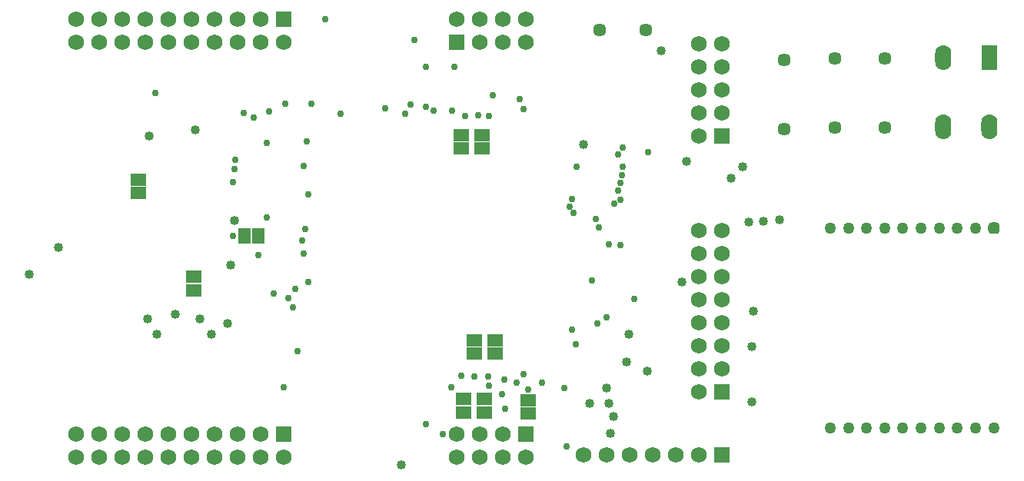
<source format=gbr>
G04 Layer_Color=16711935*
%FSLAX25Y25*%
%MOIN*%
%TF.FileFunction,Soldermask,Bot*%
%TF.Part,Single*%
G01*
G75*
%TA.AperFunction,ViaPad*%
%ADD32C,0.03000*%
%TA.AperFunction,SMDPad,CuDef*%
%ADD41R,0.05331X0.06512*%
%ADD42R,0.06512X0.05331*%
%TA.AperFunction,ComponentPad*%
%ADD51C,0.06906*%
%ADD52R,0.06906X0.06906*%
%ADD53C,0.05724*%
G04:AMPARAMS|DCode=54|XSize=50mil|YSize=50mil|CornerRadius=15mil|HoleSize=0mil|Usage=FLASHONLY|Rotation=270.000|XOffset=0mil|YOffset=0mil|HoleType=Round|Shape=RoundedRectangle|*
%AMROUNDEDRECTD54*
21,1,0.05000,0.02000,0,0,270.0*
21,1,0.02000,0.05000,0,0,270.0*
1,1,0.03000,-0.01000,-0.01000*
1,1,0.03000,-0.01000,0.01000*
1,1,0.03000,0.01000,0.01000*
1,1,0.03000,0.01000,-0.01000*
%
%ADD54ROUNDEDRECTD54*%
%ADD55C,0.05000*%
%ADD56R,0.06906X0.06906*%
%ADD57O,0.07000X0.11000*%
%ADD58R,0.07000X0.11000*%
%TA.AperFunction,ViaPad*%
%ADD59C,0.04000*%
D32*
X60866Y173500D02*
D03*
X253000Y115328D02*
D03*
X251652Y119000D02*
D03*
X262500Y107500D02*
D03*
X228500Y47953D02*
D03*
X217500Y48000D02*
D03*
X212189Y49250D02*
D03*
X222500Y45000D02*
D03*
X211000Y43000D02*
D03*
X205500Y46500D02*
D03*
X238000Y45500D02*
D03*
X212500Y36500D02*
D03*
X238999Y20466D02*
D03*
X199000Y50500D02*
D03*
X274500Y148000D02*
D03*
X99000Y165000D02*
D03*
X103500Y163000D02*
D03*
X110000Y165516D02*
D03*
X117132Y169132D02*
D03*
X173000Y196500D02*
D03*
X128500Y169000D02*
D03*
X263000Y138000D02*
D03*
X263500Y141500D02*
D03*
X261500Y131217D02*
D03*
X262500Y127279D02*
D03*
X205500Y163500D02*
D03*
X95500Y144500D02*
D03*
X116500Y46000D02*
D03*
X218649Y170982D02*
D03*
X220272Y166500D02*
D03*
X257500Y108000D02*
D03*
X205000Y50500D02*
D03*
X268547Y84163D02*
D03*
X178000Y30000D02*
D03*
X125750Y114750D02*
D03*
X240500Y124250D02*
D03*
X160500Y167000D02*
D03*
X207000Y172500D02*
D03*
X241500Y71000D02*
D03*
X185500Y25500D02*
D03*
X220499Y51500D02*
D03*
X134500Y205500D02*
D03*
X105453Y103453D02*
D03*
X94500Y111500D02*
D03*
X109000Y119703D02*
D03*
X95000Y140500D02*
D03*
X94500Y135000D02*
D03*
X109000Y152000D02*
D03*
X122453Y61500D02*
D03*
X112000Y86500D02*
D03*
X127000Y91750D02*
D03*
X121500Y88500D02*
D03*
X118500Y84500D02*
D03*
X120513Y80500D02*
D03*
X141000Y164563D02*
D03*
X125000Y142000D02*
D03*
X126500Y152500D02*
D03*
X127250Y129638D02*
D03*
X124500Y109563D02*
D03*
X125000Y104000D02*
D03*
X169000Y164500D02*
D03*
X171500Y168500D02*
D03*
X178050Y185000D02*
D03*
X190500D02*
D03*
X178050Y167500D02*
D03*
X181500Y166000D02*
D03*
X195000Y163500D02*
D03*
X189500Y166079D02*
D03*
X200902Y164138D02*
D03*
X189000Y46000D02*
D03*
X193500Y50996D02*
D03*
X243000Y64705D02*
D03*
X252500Y73500D02*
D03*
X256410Y76488D02*
D03*
X250000Y92250D02*
D03*
X263500Y150000D02*
D03*
X261280Y147000D02*
D03*
X262500Y134500D02*
D03*
X259658Y125500D02*
D03*
X242000Y121500D02*
D03*
X243500Y141500D02*
D03*
X241500Y127669D02*
D03*
D41*
X105453Y111500D02*
D03*
X99547D02*
D03*
D42*
X77500Y93953D02*
D03*
Y88047D02*
D03*
X53435Y130232D02*
D03*
Y136138D02*
D03*
X222500Y34547D02*
D03*
Y40453D02*
D03*
X194500Y35047D02*
D03*
Y40953D02*
D03*
X203500Y35047D02*
D03*
Y40953D02*
D03*
X199000Y66405D02*
D03*
Y60500D02*
D03*
X208000Y66405D02*
D03*
Y60500D02*
D03*
X193500Y149547D02*
D03*
Y155453D02*
D03*
X202500Y149547D02*
D03*
Y155453D02*
D03*
D51*
X246500Y16500D02*
D03*
X256500D02*
D03*
X266500D02*
D03*
X276500D02*
D03*
X296500D02*
D03*
X286500D02*
D03*
X26500Y195500D02*
D03*
X36500D02*
D03*
X46500D02*
D03*
X56500D02*
D03*
X66500D02*
D03*
X76500D02*
D03*
X86500D02*
D03*
X96500D02*
D03*
X106500D02*
D03*
X116500D02*
D03*
X26500Y205500D02*
D03*
X36500D02*
D03*
X46500D02*
D03*
X56500D02*
D03*
X66500D02*
D03*
X76500D02*
D03*
X86500D02*
D03*
X96500D02*
D03*
X106500D02*
D03*
X26500Y15500D02*
D03*
X36500D02*
D03*
X46500D02*
D03*
X56500D02*
D03*
X66500D02*
D03*
X76500D02*
D03*
X86500D02*
D03*
X96500D02*
D03*
X106500D02*
D03*
X116500D02*
D03*
X26500Y25500D02*
D03*
X36500D02*
D03*
X46500D02*
D03*
X56500D02*
D03*
X66500D02*
D03*
X76500D02*
D03*
X86500D02*
D03*
X96500D02*
D03*
X106500D02*
D03*
X306500Y54000D02*
D03*
Y64000D02*
D03*
Y74000D02*
D03*
Y84000D02*
D03*
Y94000D02*
D03*
Y104000D02*
D03*
Y114000D02*
D03*
X296500Y44000D02*
D03*
Y54000D02*
D03*
Y64000D02*
D03*
Y74000D02*
D03*
Y84000D02*
D03*
Y94000D02*
D03*
Y104000D02*
D03*
Y114000D02*
D03*
X306500Y165000D02*
D03*
Y175000D02*
D03*
Y185000D02*
D03*
Y195000D02*
D03*
X296500Y155000D02*
D03*
Y165000D02*
D03*
Y175000D02*
D03*
Y185000D02*
D03*
Y195000D02*
D03*
X221500Y15500D02*
D03*
X211500Y25500D02*
D03*
Y15500D02*
D03*
X201500Y25500D02*
D03*
Y15500D02*
D03*
X191500Y25500D02*
D03*
Y15500D02*
D03*
Y205500D02*
D03*
X201500Y195500D02*
D03*
Y205500D02*
D03*
X211500Y195500D02*
D03*
Y205500D02*
D03*
X221500Y195500D02*
D03*
Y205500D02*
D03*
D52*
X306500Y16500D02*
D03*
X116500Y205500D02*
D03*
Y25500D02*
D03*
X221500D02*
D03*
X191500Y195500D02*
D03*
D53*
X273500Y201000D02*
D03*
X253500D02*
D03*
X377047Y158500D02*
D03*
Y188500D02*
D03*
X355500Y158500D02*
D03*
Y188500D02*
D03*
X333500Y188000D02*
D03*
Y158000D02*
D03*
D54*
X424291Y115000D02*
D03*
D55*
X416417D02*
D03*
X408543D02*
D03*
X400669D02*
D03*
X392795D02*
D03*
X384921D02*
D03*
X377047D02*
D03*
X369173D02*
D03*
X361299D02*
D03*
X353425D02*
D03*
Y28386D02*
D03*
X361299D02*
D03*
X369173D02*
D03*
X377047D02*
D03*
X384921D02*
D03*
X392795D02*
D03*
X400669D02*
D03*
X408543D02*
D03*
X416417D02*
D03*
X424291D02*
D03*
D56*
X306500Y44000D02*
D03*
Y155000D02*
D03*
D57*
X402500Y189000D02*
D03*
Y159000D02*
D03*
X422500D02*
D03*
D58*
Y189000D02*
D03*
D59*
X319500Y63729D02*
D03*
X318250Y117750D02*
D03*
X324500Y118000D02*
D03*
X331299Y118500D02*
D03*
X280000Y192000D02*
D03*
X246500Y151453D02*
D03*
X319500Y39500D02*
D03*
X93500Y99009D02*
D03*
X69311Y77641D02*
D03*
X94923Y118421D02*
D03*
X18668Y106610D02*
D03*
X78000Y157500D02*
D03*
X85000Y69000D02*
D03*
X6000Y95000D02*
D03*
X61437Y69000D02*
D03*
X57500Y75563D02*
D03*
X92000Y73500D02*
D03*
X80000Y75563D02*
D03*
X58000Y155000D02*
D03*
X320000Y79000D02*
D03*
X258000Y26000D02*
D03*
X259500Y33203D02*
D03*
X273953Y53000D02*
D03*
X257547Y39094D02*
D03*
X249000Y39000D02*
D03*
X256500Y45658D02*
D03*
X266000Y69000D02*
D03*
X167500Y12297D02*
D03*
X289000Y91500D02*
D03*
X265000Y57000D02*
D03*
X291000Y144000D02*
D03*
X310500Y136500D02*
D03*
X315500Y141500D02*
D03*
%TF.MD5,3955DC656A503565517229890701920E*%
M02*

</source>
